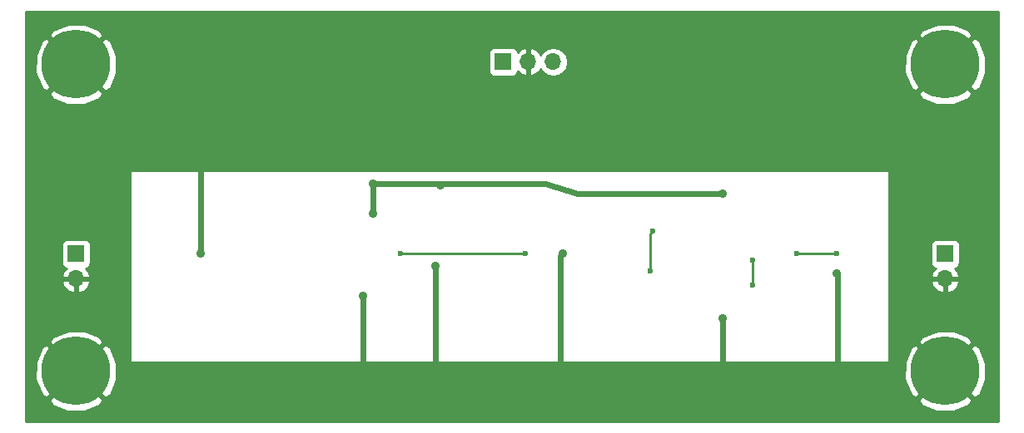
<source format=gbl>
G04 #@! TF.FileFunction,Copper,L2,Bot,Signal*
%FSLAX46Y46*%
G04 Gerber Fmt 4.6, Leading zero omitted, Abs format (unit mm)*
G04 Created by KiCad (PCBNEW 4.0.6-e0-6349~53~ubuntu14.04.1) date Mon Jul  3 07:26:06 2017*
%MOMM*%
%LPD*%
G01*
G04 APERTURE LIST*
%ADD10C,0.100000*%
%ADD11C,7.000000*%
%ADD12R,1.700000X1.700000*%
%ADD13O,1.700000X1.700000*%
%ADD14C,0.900000*%
%ADD15C,0.600000*%
%ADD16C,0.600000*%
%ADD17C,0.250000*%
%ADD18C,0.254000*%
G04 APERTURE END LIST*
D10*
D11*
X196469000Y-115824000D03*
X196469000Y-84582000D03*
X108077000Y-115824000D03*
X108077000Y-84582000D03*
D12*
X151511000Y-84328000D03*
D13*
X154051000Y-84328000D03*
X156591000Y-84328000D03*
D12*
X108077000Y-103886000D03*
D13*
X108077000Y-106426000D03*
D12*
X196469000Y-103886000D03*
D13*
X196469000Y-106426000D03*
D14*
X145161000Y-96901000D03*
X173863000Y-97790000D03*
X138303000Y-96774000D03*
X138303000Y-99822000D03*
X185420000Y-105918000D03*
X173863000Y-110490000D03*
X168275000Y-118872000D03*
X173863000Y-91186000D03*
X168021000Y-94234000D03*
X157607000Y-103886000D03*
X144653000Y-105156000D03*
X120777000Y-103886000D03*
X137287000Y-108204000D03*
X135255000Y-91186000D03*
X129921000Y-118618000D03*
D15*
X153797000Y-103886000D03*
X141097000Y-103886000D03*
X185420000Y-103886000D03*
X181356000Y-103886000D03*
X176911000Y-104521000D03*
X176911000Y-107061000D03*
X166497000Y-105664000D03*
X166751000Y-101600000D03*
D16*
X145161000Y-96901000D02*
X145161000Y-96774000D01*
X145161000Y-96774000D02*
X145161000Y-96901000D01*
X145161000Y-96901000D02*
X145161000Y-96774000D01*
X138303000Y-96774000D02*
X143129000Y-96774000D01*
X159131000Y-97790000D02*
X173863000Y-97790000D01*
X155829000Y-96774000D02*
X159131000Y-97790000D01*
X146939000Y-96774000D02*
X155829000Y-96774000D01*
X143129000Y-96774000D02*
X145161000Y-96774000D01*
X145161000Y-96774000D02*
X146939000Y-96774000D01*
X138303000Y-99822000D02*
X138303000Y-96774000D01*
X185547000Y-106045000D02*
X185547000Y-115062000D01*
X185420000Y-105918000D02*
X185547000Y-106045000D01*
X173863000Y-110490000D02*
X173863000Y-115062000D01*
X157353000Y-111506000D02*
X157353000Y-115062000D01*
X157353000Y-104140000D02*
X157353000Y-111506000D01*
X157607000Y-103886000D02*
X157353000Y-104140000D01*
X144653000Y-112014000D02*
X144653000Y-115062000D01*
X144653000Y-105156000D02*
X144653000Y-112014000D01*
X120777000Y-103886000D02*
X120777000Y-95250000D01*
X137287000Y-115062000D02*
X137287000Y-113284000D01*
X137287000Y-108204000D02*
X137287000Y-113284000D01*
D17*
X153543000Y-103886000D02*
X153797000Y-103886000D01*
X141097000Y-103886000D02*
X153543000Y-103886000D01*
X181356000Y-103886000D02*
X185420000Y-103886000D01*
X176911000Y-107061000D02*
X176911000Y-104521000D01*
X166497000Y-101854000D02*
X166497000Y-105664000D01*
X166751000Y-101600000D02*
X166497000Y-101854000D01*
D18*
G36*
X201855000Y-120956000D02*
X102945000Y-120956000D01*
X102945000Y-118781312D01*
X105299293Y-118781312D01*
X105702762Y-119307924D01*
X107216730Y-119951307D01*
X108861666Y-119966346D01*
X110387145Y-119350750D01*
X110451238Y-119307924D01*
X110854707Y-118781312D01*
X193691293Y-118781312D01*
X194094762Y-119307924D01*
X195608730Y-119951307D01*
X197253666Y-119966346D01*
X198779145Y-119350750D01*
X198843238Y-119307924D01*
X199246707Y-118781312D01*
X196469000Y-116003605D01*
X193691293Y-118781312D01*
X110854707Y-118781312D01*
X108077000Y-116003605D01*
X105299293Y-118781312D01*
X102945000Y-118781312D01*
X102945000Y-116608666D01*
X103934654Y-116608666D01*
X104550250Y-118134145D01*
X104593076Y-118198238D01*
X105119688Y-118601707D01*
X107897395Y-115824000D01*
X108256605Y-115824000D01*
X111034312Y-118601707D01*
X111560924Y-118198238D01*
X112204307Y-116684270D01*
X112204998Y-116608666D01*
X192326654Y-116608666D01*
X192942250Y-118134145D01*
X192985076Y-118198238D01*
X193511688Y-118601707D01*
X196289395Y-115824000D01*
X196648605Y-115824000D01*
X199426312Y-118601707D01*
X199952924Y-118198238D01*
X200596307Y-116684270D01*
X200611346Y-115039334D01*
X199995750Y-113513855D01*
X199952924Y-113449762D01*
X199426312Y-113046293D01*
X196648605Y-115824000D01*
X196289395Y-115824000D01*
X193511688Y-113046293D01*
X192985076Y-113449762D01*
X192341693Y-114963730D01*
X192326654Y-116608666D01*
X112204998Y-116608666D01*
X112219346Y-115039334D01*
X111603750Y-113513855D01*
X111560924Y-113449762D01*
X111034312Y-113046293D01*
X108256605Y-115824000D01*
X107897395Y-115824000D01*
X105119688Y-113046293D01*
X104593076Y-113449762D01*
X103949693Y-114963730D01*
X103934654Y-116608666D01*
X102945000Y-116608666D01*
X102945000Y-112866688D01*
X105299293Y-112866688D01*
X108077000Y-115644395D01*
X110854707Y-112866688D01*
X110451238Y-112340076D01*
X108937270Y-111696693D01*
X107292334Y-111681654D01*
X105766855Y-112297250D01*
X105702762Y-112340076D01*
X105299293Y-112866688D01*
X102945000Y-112866688D01*
X102945000Y-106782890D01*
X106635524Y-106782890D01*
X106805355Y-107192924D01*
X107195642Y-107621183D01*
X107720108Y-107867486D01*
X107950000Y-107746819D01*
X107950000Y-106553000D01*
X108204000Y-106553000D01*
X108204000Y-107746819D01*
X108433892Y-107867486D01*
X108958358Y-107621183D01*
X109348645Y-107192924D01*
X109518476Y-106782890D01*
X109397155Y-106553000D01*
X108204000Y-106553000D01*
X107950000Y-106553000D01*
X106756845Y-106553000D01*
X106635524Y-106782890D01*
X102945000Y-106782890D01*
X102945000Y-103036000D01*
X106579560Y-103036000D01*
X106579560Y-104736000D01*
X106623838Y-104971317D01*
X106762910Y-105187441D01*
X106975110Y-105332431D01*
X107083107Y-105354301D01*
X106805355Y-105659076D01*
X106635524Y-106069110D01*
X106756845Y-106299000D01*
X107950000Y-106299000D01*
X107950000Y-106279000D01*
X108204000Y-106279000D01*
X108204000Y-106299000D01*
X109397155Y-106299000D01*
X109518476Y-106069110D01*
X109348645Y-105659076D01*
X109072499Y-105356063D01*
X109162317Y-105339162D01*
X109378441Y-105200090D01*
X109523431Y-104987890D01*
X109574440Y-104736000D01*
X109574440Y-103036000D01*
X109530162Y-102800683D01*
X109391090Y-102584559D01*
X109178890Y-102439569D01*
X108927000Y-102388560D01*
X107227000Y-102388560D01*
X106991683Y-102432838D01*
X106775559Y-102571910D01*
X106630569Y-102784110D01*
X106579560Y-103036000D01*
X102945000Y-103036000D01*
X102945000Y-95504000D01*
X113538000Y-95504000D01*
X113538000Y-114808000D01*
X113548006Y-114857410D01*
X113576447Y-114899035D01*
X113618841Y-114926315D01*
X113665000Y-114935000D01*
X190627000Y-114935000D01*
X190676410Y-114924994D01*
X190718035Y-114896553D01*
X190745315Y-114854159D01*
X190754000Y-114808000D01*
X190754000Y-112866688D01*
X193691293Y-112866688D01*
X196469000Y-115644395D01*
X199246707Y-112866688D01*
X198843238Y-112340076D01*
X197329270Y-111696693D01*
X195684334Y-111681654D01*
X194158855Y-112297250D01*
X194094762Y-112340076D01*
X193691293Y-112866688D01*
X190754000Y-112866688D01*
X190754000Y-106782890D01*
X195027524Y-106782890D01*
X195197355Y-107192924D01*
X195587642Y-107621183D01*
X196112108Y-107867486D01*
X196342000Y-107746819D01*
X196342000Y-106553000D01*
X196596000Y-106553000D01*
X196596000Y-107746819D01*
X196825892Y-107867486D01*
X197350358Y-107621183D01*
X197740645Y-107192924D01*
X197910476Y-106782890D01*
X197789155Y-106553000D01*
X196596000Y-106553000D01*
X196342000Y-106553000D01*
X195148845Y-106553000D01*
X195027524Y-106782890D01*
X190754000Y-106782890D01*
X190754000Y-103036000D01*
X194971560Y-103036000D01*
X194971560Y-104736000D01*
X195015838Y-104971317D01*
X195154910Y-105187441D01*
X195367110Y-105332431D01*
X195475107Y-105354301D01*
X195197355Y-105659076D01*
X195027524Y-106069110D01*
X195148845Y-106299000D01*
X196342000Y-106299000D01*
X196342000Y-106279000D01*
X196596000Y-106279000D01*
X196596000Y-106299000D01*
X197789155Y-106299000D01*
X197910476Y-106069110D01*
X197740645Y-105659076D01*
X197464499Y-105356063D01*
X197554317Y-105339162D01*
X197770441Y-105200090D01*
X197915431Y-104987890D01*
X197966440Y-104736000D01*
X197966440Y-103036000D01*
X197922162Y-102800683D01*
X197783090Y-102584559D01*
X197570890Y-102439569D01*
X197319000Y-102388560D01*
X195619000Y-102388560D01*
X195383683Y-102432838D01*
X195167559Y-102571910D01*
X195022569Y-102784110D01*
X194971560Y-103036000D01*
X190754000Y-103036000D01*
X190754000Y-95504000D01*
X190743994Y-95454590D01*
X190715553Y-95412965D01*
X190673159Y-95385685D01*
X190627000Y-95377000D01*
X113665000Y-95377000D01*
X113615590Y-95387006D01*
X113573965Y-95415447D01*
X113546685Y-95457841D01*
X113538000Y-95504000D01*
X102945000Y-95504000D01*
X102945000Y-87539312D01*
X105299293Y-87539312D01*
X105702762Y-88065924D01*
X107216730Y-88709307D01*
X108861666Y-88724346D01*
X110387145Y-88108750D01*
X110451238Y-88065924D01*
X110854707Y-87539312D01*
X193691293Y-87539312D01*
X194094762Y-88065924D01*
X195608730Y-88709307D01*
X197253666Y-88724346D01*
X198779145Y-88108750D01*
X198843238Y-88065924D01*
X199246707Y-87539312D01*
X196469000Y-84761605D01*
X193691293Y-87539312D01*
X110854707Y-87539312D01*
X108077000Y-84761605D01*
X105299293Y-87539312D01*
X102945000Y-87539312D01*
X102945000Y-85366666D01*
X103934654Y-85366666D01*
X104550250Y-86892145D01*
X104593076Y-86956238D01*
X105119688Y-87359707D01*
X107897395Y-84582000D01*
X108256605Y-84582000D01*
X111034312Y-87359707D01*
X111560924Y-86956238D01*
X112204307Y-85442270D01*
X112219346Y-83797334D01*
X112090482Y-83478000D01*
X150013560Y-83478000D01*
X150013560Y-85178000D01*
X150057838Y-85413317D01*
X150196910Y-85629441D01*
X150409110Y-85774431D01*
X150661000Y-85825440D01*
X152361000Y-85825440D01*
X152596317Y-85781162D01*
X152812441Y-85642090D01*
X152957431Y-85429890D01*
X152979301Y-85321893D01*
X153284076Y-85599645D01*
X153694110Y-85769476D01*
X153924000Y-85648155D01*
X153924000Y-84455000D01*
X153904000Y-84455000D01*
X153904000Y-84201000D01*
X153924000Y-84201000D01*
X153924000Y-83007845D01*
X154178000Y-83007845D01*
X154178000Y-84201000D01*
X154198000Y-84201000D01*
X154198000Y-84455000D01*
X154178000Y-84455000D01*
X154178000Y-85648155D01*
X154407890Y-85769476D01*
X154817924Y-85599645D01*
X155246183Y-85209358D01*
X155313298Y-85066447D01*
X155540946Y-85407147D01*
X156022715Y-85729054D01*
X156591000Y-85842093D01*
X157159285Y-85729054D01*
X157641054Y-85407147D01*
X157668102Y-85366666D01*
X192326654Y-85366666D01*
X192942250Y-86892145D01*
X192985076Y-86956238D01*
X193511688Y-87359707D01*
X196289395Y-84582000D01*
X196648605Y-84582000D01*
X199426312Y-87359707D01*
X199952924Y-86956238D01*
X200596307Y-85442270D01*
X200611346Y-83797334D01*
X199995750Y-82271855D01*
X199952924Y-82207762D01*
X199426312Y-81804293D01*
X196648605Y-84582000D01*
X196289395Y-84582000D01*
X193511688Y-81804293D01*
X192985076Y-82207762D01*
X192341693Y-83721730D01*
X192326654Y-85366666D01*
X157668102Y-85366666D01*
X157962961Y-84925378D01*
X158076000Y-84357093D01*
X158076000Y-84298907D01*
X157962961Y-83730622D01*
X157641054Y-83248853D01*
X157159285Y-82926946D01*
X156591000Y-82813907D01*
X156022715Y-82926946D01*
X155540946Y-83248853D01*
X155313298Y-83589553D01*
X155246183Y-83446642D01*
X154817924Y-83056355D01*
X154407890Y-82886524D01*
X154178000Y-83007845D01*
X153924000Y-83007845D01*
X153694110Y-82886524D01*
X153284076Y-83056355D01*
X152981063Y-83332501D01*
X152964162Y-83242683D01*
X152825090Y-83026559D01*
X152612890Y-82881569D01*
X152361000Y-82830560D01*
X150661000Y-82830560D01*
X150425683Y-82874838D01*
X150209559Y-83013910D01*
X150064569Y-83226110D01*
X150013560Y-83478000D01*
X112090482Y-83478000D01*
X111603750Y-82271855D01*
X111560924Y-82207762D01*
X111034312Y-81804293D01*
X108256605Y-84582000D01*
X107897395Y-84582000D01*
X105119688Y-81804293D01*
X104593076Y-82207762D01*
X103949693Y-83721730D01*
X103934654Y-85366666D01*
X102945000Y-85366666D01*
X102945000Y-81624688D01*
X105299293Y-81624688D01*
X108077000Y-84402395D01*
X110854707Y-81624688D01*
X193691293Y-81624688D01*
X196469000Y-84402395D01*
X199246707Y-81624688D01*
X198843238Y-81098076D01*
X197329270Y-80454693D01*
X195684334Y-80439654D01*
X194158855Y-81055250D01*
X194094762Y-81098076D01*
X193691293Y-81624688D01*
X110854707Y-81624688D01*
X110451238Y-81098076D01*
X108937270Y-80454693D01*
X107292334Y-80439654D01*
X105766855Y-81055250D01*
X105702762Y-81098076D01*
X105299293Y-81624688D01*
X102945000Y-81624688D01*
X102945000Y-79196000D01*
X201855000Y-79196000D01*
X201855000Y-120956000D01*
X201855000Y-120956000D01*
G37*
X201855000Y-120956000D02*
X102945000Y-120956000D01*
X102945000Y-118781312D01*
X105299293Y-118781312D01*
X105702762Y-119307924D01*
X107216730Y-119951307D01*
X108861666Y-119966346D01*
X110387145Y-119350750D01*
X110451238Y-119307924D01*
X110854707Y-118781312D01*
X193691293Y-118781312D01*
X194094762Y-119307924D01*
X195608730Y-119951307D01*
X197253666Y-119966346D01*
X198779145Y-119350750D01*
X198843238Y-119307924D01*
X199246707Y-118781312D01*
X196469000Y-116003605D01*
X193691293Y-118781312D01*
X110854707Y-118781312D01*
X108077000Y-116003605D01*
X105299293Y-118781312D01*
X102945000Y-118781312D01*
X102945000Y-116608666D01*
X103934654Y-116608666D01*
X104550250Y-118134145D01*
X104593076Y-118198238D01*
X105119688Y-118601707D01*
X107897395Y-115824000D01*
X108256605Y-115824000D01*
X111034312Y-118601707D01*
X111560924Y-118198238D01*
X112204307Y-116684270D01*
X112204998Y-116608666D01*
X192326654Y-116608666D01*
X192942250Y-118134145D01*
X192985076Y-118198238D01*
X193511688Y-118601707D01*
X196289395Y-115824000D01*
X196648605Y-115824000D01*
X199426312Y-118601707D01*
X199952924Y-118198238D01*
X200596307Y-116684270D01*
X200611346Y-115039334D01*
X199995750Y-113513855D01*
X199952924Y-113449762D01*
X199426312Y-113046293D01*
X196648605Y-115824000D01*
X196289395Y-115824000D01*
X193511688Y-113046293D01*
X192985076Y-113449762D01*
X192341693Y-114963730D01*
X192326654Y-116608666D01*
X112204998Y-116608666D01*
X112219346Y-115039334D01*
X111603750Y-113513855D01*
X111560924Y-113449762D01*
X111034312Y-113046293D01*
X108256605Y-115824000D01*
X107897395Y-115824000D01*
X105119688Y-113046293D01*
X104593076Y-113449762D01*
X103949693Y-114963730D01*
X103934654Y-116608666D01*
X102945000Y-116608666D01*
X102945000Y-112866688D01*
X105299293Y-112866688D01*
X108077000Y-115644395D01*
X110854707Y-112866688D01*
X110451238Y-112340076D01*
X108937270Y-111696693D01*
X107292334Y-111681654D01*
X105766855Y-112297250D01*
X105702762Y-112340076D01*
X105299293Y-112866688D01*
X102945000Y-112866688D01*
X102945000Y-106782890D01*
X106635524Y-106782890D01*
X106805355Y-107192924D01*
X107195642Y-107621183D01*
X107720108Y-107867486D01*
X107950000Y-107746819D01*
X107950000Y-106553000D01*
X108204000Y-106553000D01*
X108204000Y-107746819D01*
X108433892Y-107867486D01*
X108958358Y-107621183D01*
X109348645Y-107192924D01*
X109518476Y-106782890D01*
X109397155Y-106553000D01*
X108204000Y-106553000D01*
X107950000Y-106553000D01*
X106756845Y-106553000D01*
X106635524Y-106782890D01*
X102945000Y-106782890D01*
X102945000Y-103036000D01*
X106579560Y-103036000D01*
X106579560Y-104736000D01*
X106623838Y-104971317D01*
X106762910Y-105187441D01*
X106975110Y-105332431D01*
X107083107Y-105354301D01*
X106805355Y-105659076D01*
X106635524Y-106069110D01*
X106756845Y-106299000D01*
X107950000Y-106299000D01*
X107950000Y-106279000D01*
X108204000Y-106279000D01*
X108204000Y-106299000D01*
X109397155Y-106299000D01*
X109518476Y-106069110D01*
X109348645Y-105659076D01*
X109072499Y-105356063D01*
X109162317Y-105339162D01*
X109378441Y-105200090D01*
X109523431Y-104987890D01*
X109574440Y-104736000D01*
X109574440Y-103036000D01*
X109530162Y-102800683D01*
X109391090Y-102584559D01*
X109178890Y-102439569D01*
X108927000Y-102388560D01*
X107227000Y-102388560D01*
X106991683Y-102432838D01*
X106775559Y-102571910D01*
X106630569Y-102784110D01*
X106579560Y-103036000D01*
X102945000Y-103036000D01*
X102945000Y-95504000D01*
X113538000Y-95504000D01*
X113538000Y-114808000D01*
X113548006Y-114857410D01*
X113576447Y-114899035D01*
X113618841Y-114926315D01*
X113665000Y-114935000D01*
X190627000Y-114935000D01*
X190676410Y-114924994D01*
X190718035Y-114896553D01*
X190745315Y-114854159D01*
X190754000Y-114808000D01*
X190754000Y-112866688D01*
X193691293Y-112866688D01*
X196469000Y-115644395D01*
X199246707Y-112866688D01*
X198843238Y-112340076D01*
X197329270Y-111696693D01*
X195684334Y-111681654D01*
X194158855Y-112297250D01*
X194094762Y-112340076D01*
X193691293Y-112866688D01*
X190754000Y-112866688D01*
X190754000Y-106782890D01*
X195027524Y-106782890D01*
X195197355Y-107192924D01*
X195587642Y-107621183D01*
X196112108Y-107867486D01*
X196342000Y-107746819D01*
X196342000Y-106553000D01*
X196596000Y-106553000D01*
X196596000Y-107746819D01*
X196825892Y-107867486D01*
X197350358Y-107621183D01*
X197740645Y-107192924D01*
X197910476Y-106782890D01*
X197789155Y-106553000D01*
X196596000Y-106553000D01*
X196342000Y-106553000D01*
X195148845Y-106553000D01*
X195027524Y-106782890D01*
X190754000Y-106782890D01*
X190754000Y-103036000D01*
X194971560Y-103036000D01*
X194971560Y-104736000D01*
X195015838Y-104971317D01*
X195154910Y-105187441D01*
X195367110Y-105332431D01*
X195475107Y-105354301D01*
X195197355Y-105659076D01*
X195027524Y-106069110D01*
X195148845Y-106299000D01*
X196342000Y-106299000D01*
X196342000Y-106279000D01*
X196596000Y-106279000D01*
X196596000Y-106299000D01*
X197789155Y-106299000D01*
X197910476Y-106069110D01*
X197740645Y-105659076D01*
X197464499Y-105356063D01*
X197554317Y-105339162D01*
X197770441Y-105200090D01*
X197915431Y-104987890D01*
X197966440Y-104736000D01*
X197966440Y-103036000D01*
X197922162Y-102800683D01*
X197783090Y-102584559D01*
X197570890Y-102439569D01*
X197319000Y-102388560D01*
X195619000Y-102388560D01*
X195383683Y-102432838D01*
X195167559Y-102571910D01*
X195022569Y-102784110D01*
X194971560Y-103036000D01*
X190754000Y-103036000D01*
X190754000Y-95504000D01*
X190743994Y-95454590D01*
X190715553Y-95412965D01*
X190673159Y-95385685D01*
X190627000Y-95377000D01*
X113665000Y-95377000D01*
X113615590Y-95387006D01*
X113573965Y-95415447D01*
X113546685Y-95457841D01*
X113538000Y-95504000D01*
X102945000Y-95504000D01*
X102945000Y-87539312D01*
X105299293Y-87539312D01*
X105702762Y-88065924D01*
X107216730Y-88709307D01*
X108861666Y-88724346D01*
X110387145Y-88108750D01*
X110451238Y-88065924D01*
X110854707Y-87539312D01*
X193691293Y-87539312D01*
X194094762Y-88065924D01*
X195608730Y-88709307D01*
X197253666Y-88724346D01*
X198779145Y-88108750D01*
X198843238Y-88065924D01*
X199246707Y-87539312D01*
X196469000Y-84761605D01*
X193691293Y-87539312D01*
X110854707Y-87539312D01*
X108077000Y-84761605D01*
X105299293Y-87539312D01*
X102945000Y-87539312D01*
X102945000Y-85366666D01*
X103934654Y-85366666D01*
X104550250Y-86892145D01*
X104593076Y-86956238D01*
X105119688Y-87359707D01*
X107897395Y-84582000D01*
X108256605Y-84582000D01*
X111034312Y-87359707D01*
X111560924Y-86956238D01*
X112204307Y-85442270D01*
X112219346Y-83797334D01*
X112090482Y-83478000D01*
X150013560Y-83478000D01*
X150013560Y-85178000D01*
X150057838Y-85413317D01*
X150196910Y-85629441D01*
X150409110Y-85774431D01*
X150661000Y-85825440D01*
X152361000Y-85825440D01*
X152596317Y-85781162D01*
X152812441Y-85642090D01*
X152957431Y-85429890D01*
X152979301Y-85321893D01*
X153284076Y-85599645D01*
X153694110Y-85769476D01*
X153924000Y-85648155D01*
X153924000Y-84455000D01*
X153904000Y-84455000D01*
X153904000Y-84201000D01*
X153924000Y-84201000D01*
X153924000Y-83007845D01*
X154178000Y-83007845D01*
X154178000Y-84201000D01*
X154198000Y-84201000D01*
X154198000Y-84455000D01*
X154178000Y-84455000D01*
X154178000Y-85648155D01*
X154407890Y-85769476D01*
X154817924Y-85599645D01*
X155246183Y-85209358D01*
X155313298Y-85066447D01*
X155540946Y-85407147D01*
X156022715Y-85729054D01*
X156591000Y-85842093D01*
X157159285Y-85729054D01*
X157641054Y-85407147D01*
X157668102Y-85366666D01*
X192326654Y-85366666D01*
X192942250Y-86892145D01*
X192985076Y-86956238D01*
X193511688Y-87359707D01*
X196289395Y-84582000D01*
X196648605Y-84582000D01*
X199426312Y-87359707D01*
X199952924Y-86956238D01*
X200596307Y-85442270D01*
X200611346Y-83797334D01*
X199995750Y-82271855D01*
X199952924Y-82207762D01*
X199426312Y-81804293D01*
X196648605Y-84582000D01*
X196289395Y-84582000D01*
X193511688Y-81804293D01*
X192985076Y-82207762D01*
X192341693Y-83721730D01*
X192326654Y-85366666D01*
X157668102Y-85366666D01*
X157962961Y-84925378D01*
X158076000Y-84357093D01*
X158076000Y-84298907D01*
X157962961Y-83730622D01*
X157641054Y-83248853D01*
X157159285Y-82926946D01*
X156591000Y-82813907D01*
X156022715Y-82926946D01*
X155540946Y-83248853D01*
X155313298Y-83589553D01*
X155246183Y-83446642D01*
X154817924Y-83056355D01*
X154407890Y-82886524D01*
X154178000Y-83007845D01*
X153924000Y-83007845D01*
X153694110Y-82886524D01*
X153284076Y-83056355D01*
X152981063Y-83332501D01*
X152964162Y-83242683D01*
X152825090Y-83026559D01*
X152612890Y-82881569D01*
X152361000Y-82830560D01*
X150661000Y-82830560D01*
X150425683Y-82874838D01*
X150209559Y-83013910D01*
X150064569Y-83226110D01*
X150013560Y-83478000D01*
X112090482Y-83478000D01*
X111603750Y-82271855D01*
X111560924Y-82207762D01*
X111034312Y-81804293D01*
X108256605Y-84582000D01*
X107897395Y-84582000D01*
X105119688Y-81804293D01*
X104593076Y-82207762D01*
X103949693Y-83721730D01*
X103934654Y-85366666D01*
X102945000Y-85366666D01*
X102945000Y-81624688D01*
X105299293Y-81624688D01*
X108077000Y-84402395D01*
X110854707Y-81624688D01*
X193691293Y-81624688D01*
X196469000Y-84402395D01*
X199246707Y-81624688D01*
X198843238Y-81098076D01*
X197329270Y-80454693D01*
X195684334Y-80439654D01*
X194158855Y-81055250D01*
X194094762Y-81098076D01*
X193691293Y-81624688D01*
X110854707Y-81624688D01*
X110451238Y-81098076D01*
X108937270Y-80454693D01*
X107292334Y-80439654D01*
X105766855Y-81055250D01*
X105702762Y-81098076D01*
X105299293Y-81624688D01*
X102945000Y-81624688D01*
X102945000Y-79196000D01*
X201855000Y-79196000D01*
X201855000Y-120956000D01*
M02*

</source>
